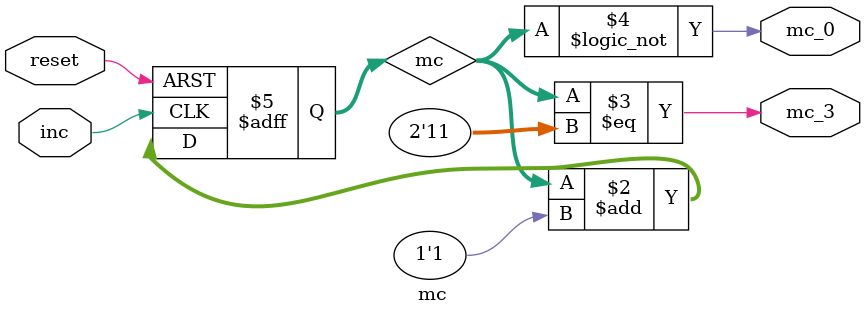
<source format=v>
module mc(
	input inc,
	input reset,
	output mc_3,
	output mc_0
);

	reg [1:0] mc;

	always @ (posedge inc, posedge reset) begin
		if (reset) mc <= 2'd0;
		else mc <= mc + 1'b1;
	end

	assign mc_3 = (mc == 3);
	assign mc_0 = (mc == 0);

endmodule

// vim: tabstop=2 shiftwidth=2 autoindent noexpandtab

</source>
